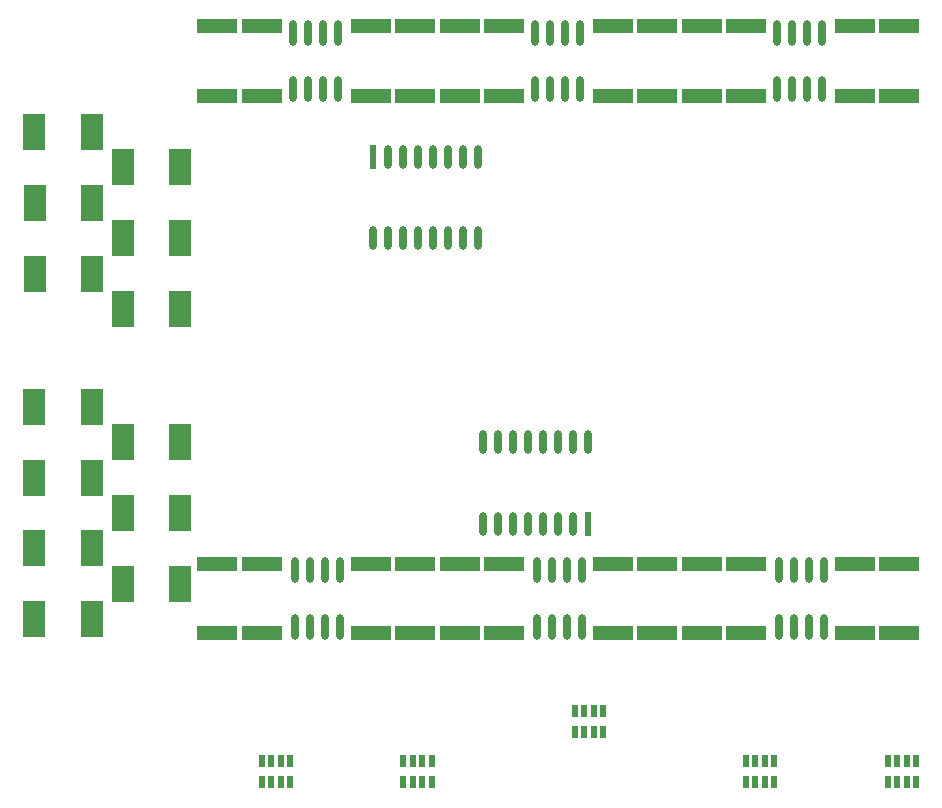
<source format=gbp>
G04*
G04 #@! TF.GenerationSoftware,Altium Limited,Altium Designer,19.1.8 (144)*
G04*
G04 Layer_Color=128*
%FSLAX25Y25*%
%MOIN*%
G70*
G01*
G75*
%ADD29R,0.07717X0.12402*%
%ADD107R,0.13386X0.04921*%
%ADD108R,0.01968X0.04331*%
%ADD109R,0.02480X0.07874*%
%ADD110O,0.02480X0.07874*%
%ADD111O,0.02362X0.08661*%
D29*
X67421Y109252D02*
D03*
X48130D02*
D03*
X77658Y97441D02*
D03*
X96949D02*
D03*
Y188976D02*
D03*
X77658D02*
D03*
X96949Y121063D02*
D03*
X77658D02*
D03*
X96949Y73819D02*
D03*
X77658D02*
D03*
X48327Y200787D02*
D03*
X67618D02*
D03*
X48130Y85630D02*
D03*
X67421D02*
D03*
X77658Y165354D02*
D03*
X96949D02*
D03*
X67520Y224410D02*
D03*
X48228D02*
D03*
X67618Y177165D02*
D03*
X48327D02*
D03*
X67421Y62008D02*
D03*
X48130D02*
D03*
X77658Y212598D02*
D03*
X96949D02*
D03*
X48130Y132874D02*
D03*
X67421D02*
D03*
D107*
X109252Y236417D02*
D03*
Y259646D02*
D03*
X189961Y236417D02*
D03*
Y259646D02*
D03*
X124016Y57284D02*
D03*
Y80512D02*
D03*
X321850Y57284D02*
D03*
Y80512D02*
D03*
X109252Y57284D02*
D03*
Y80512D02*
D03*
X336614Y57284D02*
D03*
Y80512D02*
D03*
X175197Y259646D02*
D03*
Y236417D02*
D03*
X160433Y259646D02*
D03*
Y236417D02*
D03*
X270669Y57284D02*
D03*
Y80512D02*
D03*
X160433D02*
D03*
Y57284D02*
D03*
X189961Y80512D02*
D03*
Y57284D02*
D03*
X321850Y236417D02*
D03*
Y259646D02*
D03*
X270669Y236417D02*
D03*
Y259646D02*
D03*
X285433Y236417D02*
D03*
Y259646D02*
D03*
X336614Y236417D02*
D03*
Y259646D02*
D03*
X241142Y57284D02*
D03*
Y80512D02*
D03*
X255906Y259646D02*
D03*
Y236417D02*
D03*
X124016Y259646D02*
D03*
Y236417D02*
D03*
X204724Y259646D02*
D03*
Y236417D02*
D03*
X241142Y259646D02*
D03*
Y236417D02*
D03*
X255906Y57284D02*
D03*
Y80512D02*
D03*
X285433Y57284D02*
D03*
Y80512D02*
D03*
X204724Y57284D02*
D03*
Y80512D02*
D03*
X175197Y57284D02*
D03*
Y80512D02*
D03*
D108*
X332677Y14764D02*
D03*
X335827D02*
D03*
X338976D02*
D03*
X342126D02*
D03*
X332677Y7677D02*
D03*
X335827D02*
D03*
X338976D02*
D03*
X342126D02*
D03*
X285433Y14764D02*
D03*
X288583D02*
D03*
X291732D02*
D03*
X294882D02*
D03*
X285433Y7677D02*
D03*
X288583D02*
D03*
X291732D02*
D03*
X294882D02*
D03*
X228346Y31496D02*
D03*
X231496D02*
D03*
X234646D02*
D03*
X237795D02*
D03*
X228346Y24409D02*
D03*
X231496D02*
D03*
X234646D02*
D03*
X237795D02*
D03*
X171260Y14764D02*
D03*
X174409D02*
D03*
X177559D02*
D03*
X180709D02*
D03*
X171260Y7677D02*
D03*
X174409D02*
D03*
X177559D02*
D03*
X180709D02*
D03*
X124016Y14764D02*
D03*
X127165D02*
D03*
X130315D02*
D03*
X133465D02*
D03*
X124016Y7677D02*
D03*
X127165D02*
D03*
X130315D02*
D03*
X133465D02*
D03*
D109*
X161102Y216142D02*
D03*
X232835Y93898D02*
D03*
D110*
X166102Y216142D02*
D03*
X171102D02*
D03*
X176102D02*
D03*
X181102D02*
D03*
X186102D02*
D03*
X191102D02*
D03*
X196102D02*
D03*
X161102Y188976D02*
D03*
X166102D02*
D03*
X171102D02*
D03*
X176102D02*
D03*
X181102D02*
D03*
X186102D02*
D03*
X191102D02*
D03*
X196102D02*
D03*
X197835Y121063D02*
D03*
X202835D02*
D03*
X207835D02*
D03*
X212835D02*
D03*
X217835D02*
D03*
X222835D02*
D03*
X227835D02*
D03*
X232835D02*
D03*
X197835Y93898D02*
D03*
X202835D02*
D03*
X207835D02*
D03*
X212835D02*
D03*
X217835D02*
D03*
X222835D02*
D03*
X227835D02*
D03*
D111*
X150098Y59425D02*
D03*
X145098D02*
D03*
X140098D02*
D03*
X135098D02*
D03*
X150098Y78323D02*
D03*
X145098D02*
D03*
X140098D02*
D03*
X135098D02*
D03*
X230807Y59425D02*
D03*
X225807D02*
D03*
X220807D02*
D03*
X215807D02*
D03*
X230807Y78323D02*
D03*
X225807D02*
D03*
X220807D02*
D03*
X215807D02*
D03*
X311516Y59425D02*
D03*
X306516D02*
D03*
X301516D02*
D03*
X296516D02*
D03*
X311516Y78323D02*
D03*
X306516D02*
D03*
X301516D02*
D03*
X296516D02*
D03*
X295768Y257504D02*
D03*
X300768D02*
D03*
X305768D02*
D03*
X310768D02*
D03*
X295768Y238606D02*
D03*
X300768D02*
D03*
X305768D02*
D03*
X310768D02*
D03*
X215059Y257504D02*
D03*
X220059D02*
D03*
X225059D02*
D03*
X230059D02*
D03*
X215059Y238606D02*
D03*
X220059D02*
D03*
X225059D02*
D03*
X230059D02*
D03*
X134350Y257504D02*
D03*
X139350D02*
D03*
X144350D02*
D03*
X149350D02*
D03*
X134350Y238606D02*
D03*
X139350D02*
D03*
X144350D02*
D03*
X149350D02*
D03*
M02*

</source>
